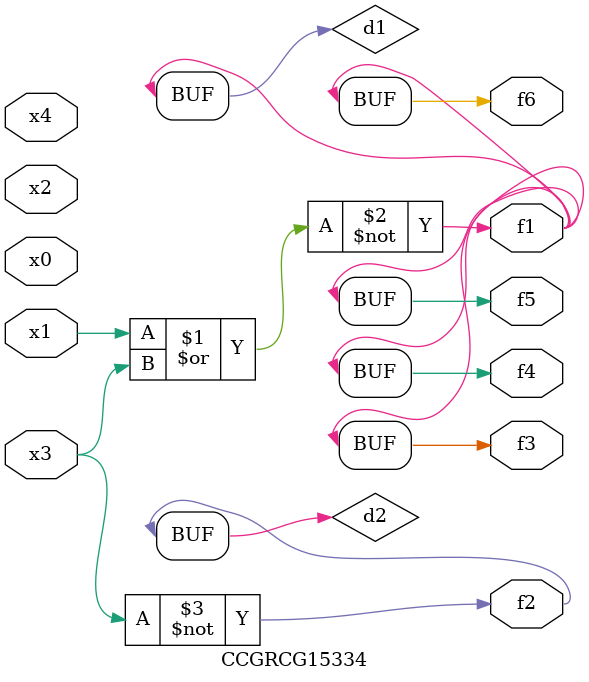
<source format=v>
module CCGRCG15334(
	input x0, x1, x2, x3, x4,
	output f1, f2, f3, f4, f5, f6
);

	wire d1, d2;

	nor (d1, x1, x3);
	not (d2, x3);
	assign f1 = d1;
	assign f2 = d2;
	assign f3 = d1;
	assign f4 = d1;
	assign f5 = d1;
	assign f6 = d1;
endmodule

</source>
